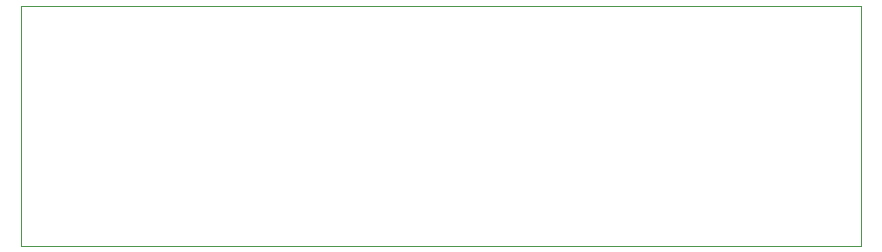
<source format=gbr>
G04 #@! TF.GenerationSoftware,KiCad,Pcbnew,(5.1.2-1)-1*
G04 #@! TF.CreationDate,2019-08-22T09:13:01-07:00*
G04 #@! TF.ProjectId,AS3310_ADSR,41533333-3130-45f4-9144-53522e6b6963,rev?*
G04 #@! TF.SameCoordinates,Original*
G04 #@! TF.FileFunction,Profile,NP*
%FSLAX46Y46*%
G04 Gerber Fmt 4.6, Leading zero omitted, Abs format (unit mm)*
G04 Created by KiCad (PCBNEW (5.1.2-1)-1) date 2019-08-22 09:13:01*
%MOMM*%
%LPD*%
G04 APERTURE LIST*
%ADD10C,0.050000*%
G04 APERTURE END LIST*
D10*
X76200000Y-73660000D02*
X76200000Y-53340000D01*
X147320000Y-73660000D02*
X76200000Y-73660000D01*
X147320000Y-53340000D02*
X147320000Y-73660000D01*
X76200000Y-53340000D02*
X147320000Y-53340000D01*
M02*

</source>
